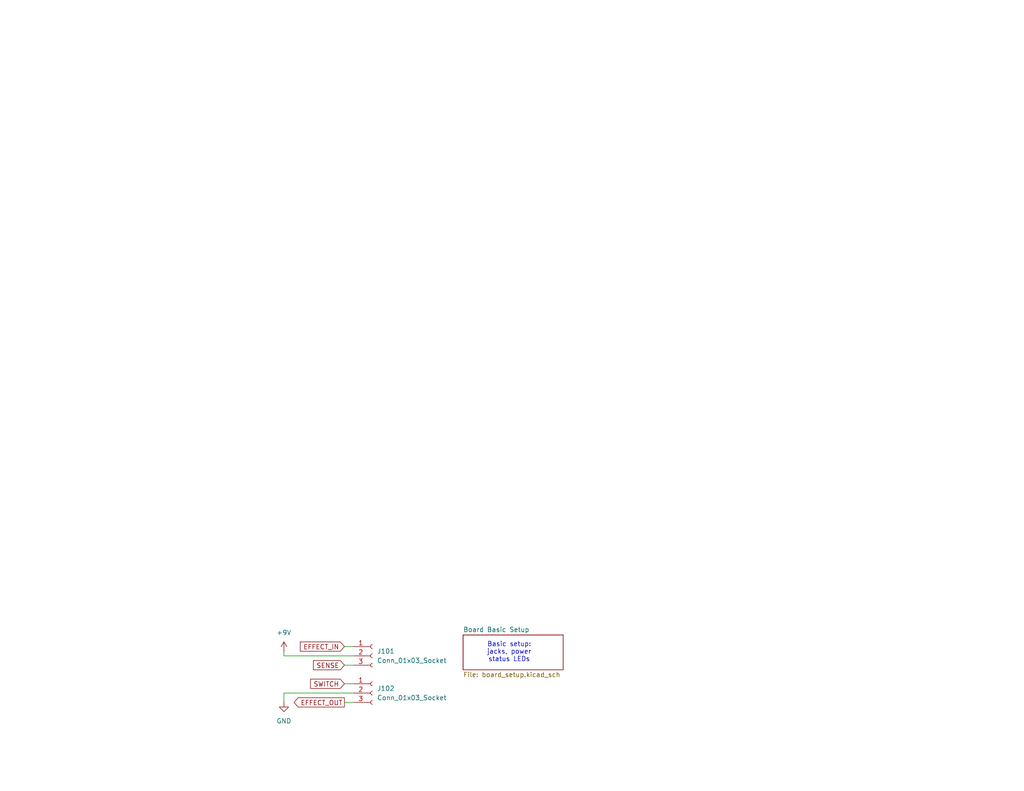
<source format=kicad_sch>
(kicad_sch (version 20250114) (generator "eeschema") (generator_version "9.0")
  (paper "USLetter")
  (lib_symbols
    (symbol "Connector:Conn_01x03_Socket" (pin_names (offset 1.016) (hide yes))
      (property "Reference" "J" (at 0 5.08 0))
      (property "Value" "Conn_01x03_Socket" (at 0 -5.08 0))
      (symbol "Conn_01x03_Socket_1_1"
        (polyline (pts (xy -1.27 2.54) (xy -0.508 2.54)) (stroke (width 0.1524)))
        (polyline (pts (xy -1.27 0) (xy -0.508 0)) (stroke (width 0.1524)))
        (polyline (pts (xy -1.27 -2.54) (xy -0.508 -2.54)) (stroke (width 0.1524)))
        (arc (start 0 2.032) (mid -0.5058 2.54) (end 0 3.048) (stroke (width 0.1524)))
        (arc (start 0 -0.508) (mid -0.5058 0) (end 0 0.508) (stroke (width 0.1524)))
        (arc (start 0 -3.048) (mid -0.5058 -2.54) (end 0 -2.032) (stroke (width 0.1524)))
        (pin passive line (at -5.08 2.54 0) (length 3.81) (name "Pin_1") (number "1"))
        (pin passive line (at -5.08 0 0) (length 3.81) (name "Pin_2") (number "2"))
        (pin passive line (at -5.08 -2.54 0) (length 3.81) (name "Pin_3") (number "3"))
      )
    )
    (symbol "power:+9V" (power) (pin_numbers (hide yes)) (pin_names (offset 0) (hide yes))
      (property "Value" "+9V" (at 0 3.556 0))
      (symbol "+9V_0_1"
        (polyline (pts (xy -0.762 1.27) (xy 0 2.54)))
        (polyline (pts (xy 0 2.54) (xy 0.762 1.27)))
        (polyline (pts (xy 0 0) (xy 0 2.54)))
      )
      (symbol "+9V_1_1"
        (pin power_in line (at 0 0 90) (length 0) (name "~") (number "1"))
      )
    )
    (symbol "power:GND" (power) (pin_numbers (hide yes)) (pin_names (offset 0) (hide yes))
      (property "Value" "GND" (at 0 -3.81 0))
      (symbol "GND_0_1"
        (polyline (pts (xy 0 0) (xy 0 -1.27) (xy 1.27 -1.27) (xy 0 -2.54) (xy -1.27 -1.27) (xy 0 -1.27)))
      )
      (symbol "GND_1_1"
        (pin power_in line (at 0 0 270) (length 0) (name "~") (number "1"))
      )
    )
  )
  (text "Basic setup:\njacks, power\nstatus LEDs\n" (at 138.938 178.054 0) (effects (font (size 1.27 1.27))))
  (wire (pts (xy 77.47 179.07) (xy 77.47 177.8)))
  (wire (pts (xy 96.52 189.23) (xy 77.47 189.23)))
  (wire (pts (xy 93.98 186.69) (xy 96.52 186.69)))
  (wire (pts (xy 93.98 191.77) (xy 96.52 191.77)))
  (wire (pts (xy 77.47 189.23) (xy 77.47 191.77)))
  (wire (pts (xy 93.98 176.53) (xy 96.52 176.53)))
  (wire (pts (xy 96.52 179.07) (xy 77.47 179.07)))
  (wire (pts (xy 93.98 181.61) (xy 96.52 181.61)))
  (global_label "SENSE" (shape input) (at 93.98 181.61 180) (property "Intersheetrefs" "${INTERSHEET_REFS}" (effects (hide yes))))
  (global_label "EFFECT_OUT" (shape output) (at 93.98 191.77 180) (property "Intersheetrefs" "${INTERSHEET_REFS}" (effects (hide yes))))
  (global_label "SWITCH" (shape input) (at 93.98 186.69 180) (property "Intersheetrefs" "${INTERSHEET_REFS}" (effects (hide yes))))
  (global_label "EFFECT_IN" (shape input) (at 93.98 176.53 180) (property "Intersheetrefs" "${INTERSHEET_REFS}" (effects (hide yes))))
  (symbol (lib_id "Connector:Conn_01x03_Socket") (at 101.6 179.07 0) (unit 1)
    (property "Reference" "J101" (at 102.87 177.7999 0) (effects (justify left)))
    (property "Value" "Conn_01x03_Socket" (at 102.87 180.3399 0) (effects (justify left)))
    (property "Footprint" "Connector_JST:JST_PH_B3B-PH-K_1x03_P2.00mm_Vertical" (effects (hide yes)))
    (property "Description" "Generic connector, single row, 01x03, script generated" (effects (hide yes)))
    (property "LCSC" "C131339" (effects (hide yes)))
  )
  (symbol (lib_id "Connector:Conn_01x03_Socket") (at 101.6 189.23 0) (unit 1)
    (property "Reference" "J102" (at 102.87 187.9599 0) (effects (justify left)))
    (property "Value" "Conn_01x03_Socket" (at 102.87 190.4999 0) (effects (justify left)))
    (property "Footprint" "Connector_JST:JST_PH_B3B-PH-K_1x03_P2.00mm_Vertical" (effects (hide yes)))
    (property "Description" "Generic connector, single row, 01x03, script generated" (effects (hide yes)))
    (property "LCSC" "C131339" (effects (hide yes)))
  )
  (symbol (lib_id "power:GND") (at 77.47 191.77 0) (unit 1)
    (property "Reference" "#PWR0101" (effects (hide yes)))
    (property "Value" "GND" (at 77.47 196.85 0))
    (property "Description" "Power symbol creates a global label with name \"GND\" , ground" (effects (hide yes)))
  )
  (symbol (lib_id "power:+9V") (at 77.47 177.8 0) (unit 1)
    (property "Reference" "#PWR0102" (effects (hide yes)))
    (property "Value" "+9V" (at 77.47 172.72 0))
    (property "Description" "Power symbol creates a global label with name \"+9V\"" (effects (hide yes)))
  )
  (sheet (at 126.365 173.355) (size 27.305 9.525) (stroke (width 0.1524))
    (property "Sheetname" "Board Basic Setup" (at 126.365 172.6434 0) (effects (justify left bottom)))
    (property "Sheetfile" "board_setup.kicad_sch" (at 126.365 183.4646 0) (effects (justify left top)))
  )
)
</source>
